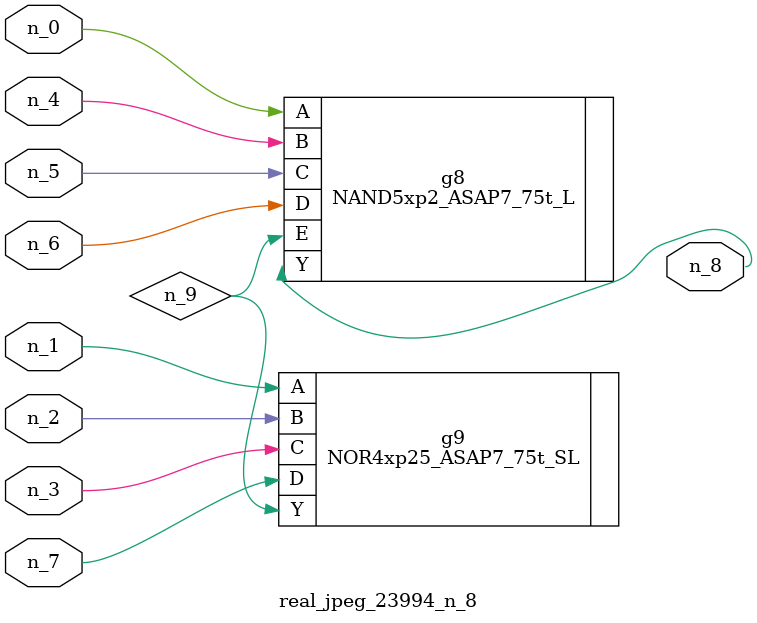
<source format=v>
module real_jpeg_23994_n_8 (n_5, n_4, n_0, n_1, n_2, n_6, n_7, n_3, n_8);

input n_5;
input n_4;
input n_0;
input n_1;
input n_2;
input n_6;
input n_7;
input n_3;

output n_8;

wire n_9;

NAND5xp2_ASAP7_75t_L g8 ( 
.A(n_0),
.B(n_4),
.C(n_5),
.D(n_6),
.E(n_9),
.Y(n_8)
);

NOR4xp25_ASAP7_75t_SL g9 ( 
.A(n_1),
.B(n_2),
.C(n_3),
.D(n_7),
.Y(n_9)
);


endmodule
</source>
